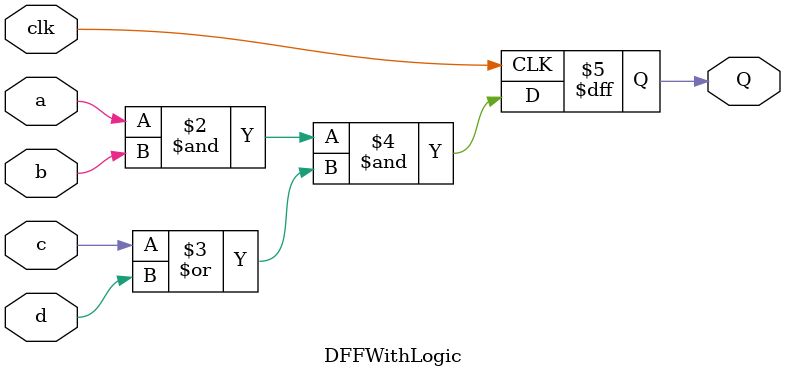
<source format=sv>
`timescale 1ns / 1ps


module DFFWithLogic(
    input clk,
    input a,
    input b,
    input c,
    input d,
    output reg Q
    );
    
    always @(posedge clk) begin
        Q <= a & b & (c | d);
    end
endmodule

</source>
